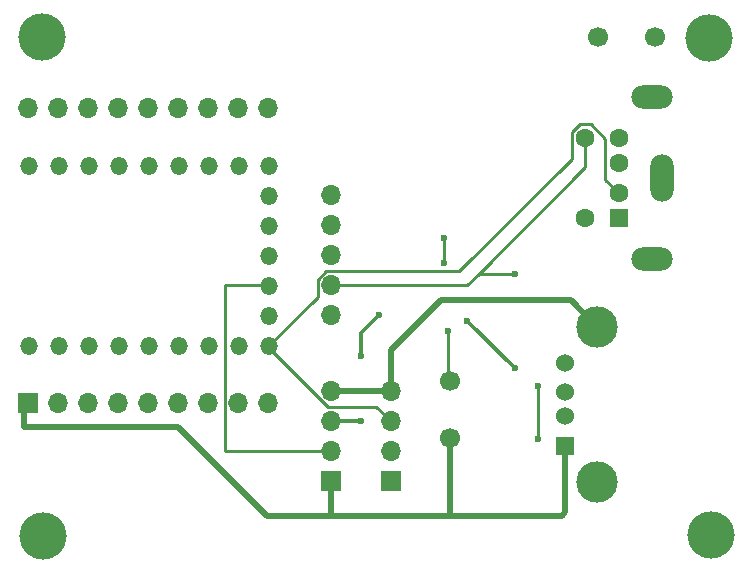
<source format=gbr>
%TF.GenerationSoftware,KiCad,Pcbnew,8.0.4*%
%TF.CreationDate,2024-08-06T16:01:05+03:00*%
%TF.ProjectId,ps2usb,70733275-7362-42e6-9b69-6361645f7063,rev?*%
%TF.SameCoordinates,Original*%
%TF.FileFunction,Copper,L2,Bot*%
%TF.FilePolarity,Positive*%
%FSLAX46Y46*%
G04 Gerber Fmt 4.6, Leading zero omitted, Abs format (unit mm)*
G04 Created by KiCad (PCBNEW 8.0.4) date 2024-08-06 16:01:05*
%MOMM*%
%LPD*%
G01*
G04 APERTURE LIST*
%TA.AperFunction,ComponentPad*%
%ADD10C,1.700000*%
%TD*%
%TA.AperFunction,ComponentPad*%
%ADD11O,1.500000X1.500000*%
%TD*%
%TA.AperFunction,ComponentPad*%
%ADD12R,1.700000X1.700000*%
%TD*%
%TA.AperFunction,ComponentPad*%
%ADD13O,1.700000X1.700000*%
%TD*%
%TA.AperFunction,ComponentPad*%
%ADD14C,1.600000*%
%TD*%
%TA.AperFunction,ComponentPad*%
%ADD15O,3.500000X2.000000*%
%TD*%
%TA.AperFunction,ComponentPad*%
%ADD16O,2.000000X4.000000*%
%TD*%
%TA.AperFunction,ComponentPad*%
%ADD17R,1.600000X1.600000*%
%TD*%
%TA.AperFunction,ComponentPad*%
%ADD18R,1.524000X1.524000*%
%TD*%
%TA.AperFunction,ComponentPad*%
%ADD19C,1.524000*%
%TD*%
%TA.AperFunction,ComponentPad*%
%ADD20C,3.500000*%
%TD*%
%TA.AperFunction,ViaPad*%
%ADD21C,0.600000*%
%TD*%
%TA.AperFunction,ViaPad*%
%ADD22C,4.000000*%
%TD*%
%TA.AperFunction,Conductor*%
%ADD23C,0.350000*%
%TD*%
%TA.AperFunction,Conductor*%
%ADD24C,0.250000*%
%TD*%
%TA.AperFunction,Conductor*%
%ADD25C,0.500000*%
%TD*%
G04 APERTURE END LIST*
D10*
%TO.P,LED1,1,K*%
%TO.N,GND*%
X171700000Y-78600000D03*
%TO.P,LED1,2,A*%
%TO.N,Net-(LED1-A)*%
X166900000Y-78600000D03*
%TD*%
%TO.P,R1,1*%
%TO.N,+5V*%
X154300000Y-112500000D03*
%TO.P,R1,2*%
%TO.N,Net-(LED1-A)*%
X154300000Y-107700000D03*
%TD*%
D11*
%TO.P,RZ1,1,GP0*%
%TO.N,/GP0*%
X118680000Y-89500000D03*
%TO.P,RZ1,2,GP1*%
%TO.N,/GP1*%
X121220000Y-89500000D03*
%TO.P,RZ1,3,GP2*%
%TO.N,/GP2*%
X123760000Y-89500000D03*
%TO.P,RZ1,4,GP3*%
%TO.N,/GP3*%
X126300000Y-89500000D03*
%TO.P,RZ1,5,GP4*%
%TO.N,/GP4*%
X128840000Y-89500000D03*
%TO.P,RZ1,6,GP5*%
%TO.N,/GP5*%
X131380000Y-89500000D03*
%TO.P,RZ1,7,GP6*%
%TO.N,/GP6*%
X133920000Y-89500000D03*
%TO.P,RZ1,8,GP7*%
%TO.N,/GP7*%
X136460000Y-89500000D03*
%TO.P,RZ1,9,GP8*%
%TO.N,/GP8*%
X139000000Y-89500000D03*
%TO.P,RZ1,10,GP9*%
%TO.N,/GP9*%
X139000000Y-92040000D03*
%TO.P,RZ1,11,GP10*%
%TO.N,/GP10*%
X139000000Y-94580000D03*
%TO.P,RZ1,12,GP11*%
%TO.N,/DATA_KB*%
X139000000Y-97120000D03*
%TO.P,RZ1,13,GP12*%
%TO.N,/CLK_KB*%
X139000000Y-99660000D03*
%TO.P,RZ1,14,GP13*%
%TO.N,/GP13*%
X139000000Y-102200000D03*
%TO.P,RZ1,15,GP14*%
%TO.N,/DATA_MS*%
X139000000Y-104740000D03*
%TO.P,RZ1,16,GP15*%
%TO.N,/CLK_MS*%
X136460000Y-104740000D03*
%TO.P,RZ1,17,GP26*%
%TO.N,/GP26*%
X133920000Y-104740000D03*
%TO.P,RZ1,18,GP27*%
%TO.N,/GP27*%
X131380000Y-104740000D03*
%TO.P,RZ1,19,GP28*%
%TO.N,/GP28*%
X128840000Y-104740000D03*
%TO.P,RZ1,20,GP29*%
%TO.N,/GP29*%
X126300000Y-104740000D03*
%TO.P,RZ1,21,3V3*%
%TO.N,+3.3V*%
X123760000Y-104740000D03*
%TO.P,RZ1,22,5V*%
%TO.N,+5V*%
X118680000Y-104740000D03*
%TO.P,RZ1,23,GND*%
%TO.N,GND*%
X121220000Y-104740000D03*
%TD*%
D12*
%TO.P,RPZC1,1,Pin_1*%
%TO.N,+5V*%
X118640000Y-109600000D03*
D13*
%TO.P,RPZC1,2,Pin_2*%
%TO.N,GND*%
X121180000Y-109600000D03*
%TO.P,RPZC1,3,Pin_3*%
%TO.N,+3.3V*%
X123720000Y-109600000D03*
%TO.P,RPZC1,4,Pin_4*%
%TO.N,/GP29*%
X126260000Y-109600000D03*
%TO.P,RPZC1,5,Pin_5*%
%TO.N,/GP28*%
X128800000Y-109600000D03*
%TO.P,RPZC1,6,Pin_6*%
%TO.N,/GP27*%
X131340000Y-109600000D03*
%TO.P,RPZC1,7,Pin_7*%
%TO.N,/GP26*%
X133880000Y-109600000D03*
%TO.P,RPZC1,8,Pin_8*%
%TO.N,/CLK_MS*%
X136420000Y-109600000D03*
%TO.P,RPZC1,9,Pin_9*%
%TO.N,/DATA_MS*%
X138960000Y-109600000D03*
%TD*%
D12*
%TO.P,KEYBOARD1,1,Pin_1*%
%TO.N,+5V*%
X144300000Y-116140000D03*
D13*
%TO.P,KEYBOARD1,2,Pin_2*%
%TO.N,/CLK_KB*%
X144300000Y-113600000D03*
%TO.P,KEYBOARD1,3,Pin_3*%
%TO.N,/DATA_KB*%
X144300000Y-111060000D03*
%TO.P,KEYBOARD1,4,Pin_4*%
%TO.N,GND*%
X144300000Y-108520000D03*
%TD*%
D14*
%TO.P,PS/2,1*%
%TO.N,/DATA_KB*%
X168600000Y-89200000D03*
%TO.P,PS/2,2*%
%TO.N,/DATA_MS*%
X168600000Y-91800000D03*
D15*
%TO.P,PS/2,3*%
%TO.N,GND*%
X171450000Y-97350000D03*
D16*
X172250000Y-90500000D03*
D14*
X168600000Y-87100000D03*
D15*
X171450000Y-83650000D03*
D17*
%TO.P,PS/2,4*%
%TO.N,+5V*%
X168600000Y-93900000D03*
D14*
%TO.P,PS/2,5*%
%TO.N,/CLK_KB*%
X165800000Y-87100000D03*
%TO.P,PS/2,6*%
%TO.N,/CLK_MS*%
X165800000Y-93900000D03*
%TD*%
D18*
%TO.P,USB1,1,VBUS*%
%TO.N,+5V*%
X164090000Y-113170000D03*
D19*
%TO.P,USB1,2,D-*%
%TO.N,Net-(JP2-A)*%
X164090000Y-110670000D03*
%TO.P,USB1,3,D+*%
%TO.N,Net-(JP1-A)*%
X164090000Y-108670000D03*
%TO.P,USB1,4,GND*%
%TO.N,GND*%
X164090000Y-106170000D03*
D20*
%TO.P,USB1,5,Shield*%
X166800000Y-116240000D03*
X166800000Y-103100000D03*
%TD*%
D13*
%TO.P,RPZC3,1,Pin_1*%
%TO.N,/GP0*%
X118600000Y-84600000D03*
%TO.P,RPZC3,2,Pin_2*%
%TO.N,/GP1*%
X121140000Y-84600000D03*
%TO.P,RPZC3,3,Pin_3*%
%TO.N,/GP2*%
X123680000Y-84600000D03*
%TO.P,RPZC3,4,Pin_4*%
%TO.N,/GP3*%
X126220000Y-84600000D03*
%TO.P,RPZC3,5,Pin_5*%
%TO.N,/GP4*%
X128760000Y-84600000D03*
%TO.P,RPZC3,6,Pin_6*%
%TO.N,/GP5*%
X131300000Y-84600000D03*
%TO.P,RPZC3,7,Pin_7*%
%TO.N,/GP6*%
X133840000Y-84600000D03*
%TO.P,RPZC3,8,Pin_8*%
%TO.N,/GP7*%
X136380000Y-84600000D03*
%TO.P,RPZC3,9,Pin_9*%
%TO.N,/GP8*%
X138920000Y-84600000D03*
%TD*%
D12*
%TO.P,MOUSE1,1,Pin_1*%
%TO.N,+5V*%
X149300000Y-116180000D03*
D13*
%TO.P,MOUSE1,2,Pin_2*%
%TO.N,/CLK_MS*%
X149300000Y-113640000D03*
%TO.P,MOUSE1,3,Pin_3*%
%TO.N,/DATA_MS*%
X149300000Y-111100000D03*
%TO.P,MOUSE1,4,Pin_4*%
%TO.N,GND*%
X149300000Y-108560000D03*
%TD*%
%TO.P,RPZC2,1,Pin_1*%
%TO.N,/GP9*%
X144300000Y-91980000D03*
%TO.P,RPZC2,2,Pin_2*%
%TO.N,/GP10*%
X144300000Y-94520000D03*
%TO.P,RPZC2,3,Pin_3*%
%TO.N,/DATA_KB*%
X144300000Y-97060000D03*
%TO.P,RPZC2,4,Pin_4*%
%TO.N,/CLK_KB*%
X144300000Y-99600000D03*
%TO.P,RPZC2,5,Pin_5*%
%TO.N,/GP13*%
X144300000Y-102140000D03*
%TD*%
D21*
%TO.N,/DATA_KB*%
X148300000Y-102100000D03*
X146800000Y-105600000D03*
X146800000Y-111100000D03*
X161800000Y-112600000D03*
X161800000Y-108100000D03*
%TO.N,/CLK_KB*%
X159800000Y-106600000D03*
D22*
%TO.N,*%
X119900000Y-120800000D03*
X176400000Y-120700000D03*
X119800000Y-78600000D03*
X176300000Y-78700000D03*
D21*
%TO.N,/CLK_KB*%
X155800000Y-102600000D03*
X159800000Y-98600000D03*
%TO.N,Net-(LED1-A)*%
X153800000Y-97700000D03*
X154200000Y-103500000D03*
X153800000Y-95600000D03*
%TD*%
D23*
%TO.N,/DATA_KB*%
X146800000Y-103600000D02*
X148300000Y-102100000D01*
X146800000Y-105600000D02*
X146800000Y-103600000D01*
X144300000Y-111060000D02*
X146760000Y-111060000D01*
X146760000Y-111060000D02*
X146800000Y-111100000D01*
D24*
X161800000Y-108100000D02*
X161800000Y-112600000D01*
D23*
%TO.N,/CLK_KB*%
X155800000Y-102600000D02*
X159800000Y-106600000D01*
D25*
%TO.N,GND*%
X153550000Y-100850000D02*
X149300000Y-105100000D01*
X148300000Y-108520000D02*
X144300000Y-108520000D01*
X164550000Y-100850000D02*
X153550000Y-100850000D01*
X149300000Y-105100000D02*
X149300000Y-108560000D01*
X149300000Y-108560000D02*
X148340000Y-108560000D01*
X148340000Y-108560000D02*
X148300000Y-108520000D01*
X166800000Y-103100000D02*
X164550000Y-100850000D01*
%TO.N,+5V*%
X164090000Y-118810000D02*
X164090000Y-113170000D01*
X118300000Y-109940000D02*
X118640000Y-109600000D01*
X131300000Y-111600000D02*
X118300000Y-111600000D01*
X144800000Y-119100000D02*
X144300000Y-119100000D01*
X118300000Y-111600000D02*
X118300000Y-109940000D01*
X138800000Y-119100000D02*
X131300000Y-111600000D01*
X144800000Y-119100000D02*
X138800000Y-119100000D01*
X163800000Y-119100000D02*
X164090000Y-118810000D01*
X154300000Y-119100000D02*
X144800000Y-119100000D01*
X144300000Y-119100000D02*
X144300000Y-116140000D01*
X154300000Y-112450000D02*
X154300000Y-119100000D01*
X154300000Y-119100000D02*
X163800000Y-119100000D01*
D24*
%TO.N,/CLK_KB*%
X165800000Y-89600000D02*
X165800000Y-87100000D01*
X135245000Y-113545000D02*
X135245000Y-99655000D01*
X144300000Y-113600000D02*
X135300000Y-113600000D01*
X156800000Y-98600000D02*
X159800000Y-98600000D01*
X135300000Y-99600000D02*
X138920000Y-99600000D01*
X155800000Y-99600000D02*
X156800000Y-98600000D01*
X135245000Y-99655000D02*
X135300000Y-99600000D01*
X156800000Y-98600000D02*
X165800000Y-89600000D01*
X138920000Y-99600000D02*
X138960000Y-99640000D01*
X144300000Y-99600000D02*
X155800000Y-99600000D01*
X135300000Y-113600000D02*
X135245000Y-113545000D01*
%TO.N,/DATA_MS*%
X143125000Y-100555000D02*
X143125000Y-99113299D01*
X138960000Y-104841701D02*
X138960000Y-104720000D01*
X164675000Y-86634009D02*
X165334009Y-85975000D01*
X143813299Y-98425000D02*
X155134009Y-98425000D01*
X166265991Y-85975000D02*
X167475000Y-87184009D01*
X143125000Y-99113299D02*
X143813299Y-98425000D01*
X167475000Y-90675000D02*
X168600000Y-91800000D01*
X148085000Y-109885000D02*
X144003299Y-109885000D01*
X164675000Y-88884009D02*
X164675000Y-86634009D01*
X167475000Y-87184009D02*
X167475000Y-90675000D01*
X138960000Y-104720000D02*
X143125000Y-100555000D01*
X155134009Y-98425000D02*
X164675000Y-88884009D01*
X144003299Y-109885000D02*
X138960000Y-104841701D01*
X149300000Y-111100000D02*
X148085000Y-109885000D01*
X165334009Y-85975000D02*
X166265991Y-85975000D01*
%TO.N,Net-(LED1-A)*%
X154200000Y-103500000D02*
X154200000Y-107650000D01*
X153800000Y-95600000D02*
X153800000Y-97700000D01*
X154200000Y-107650000D02*
X154300000Y-107750000D01*
%TD*%
M02*

</source>
